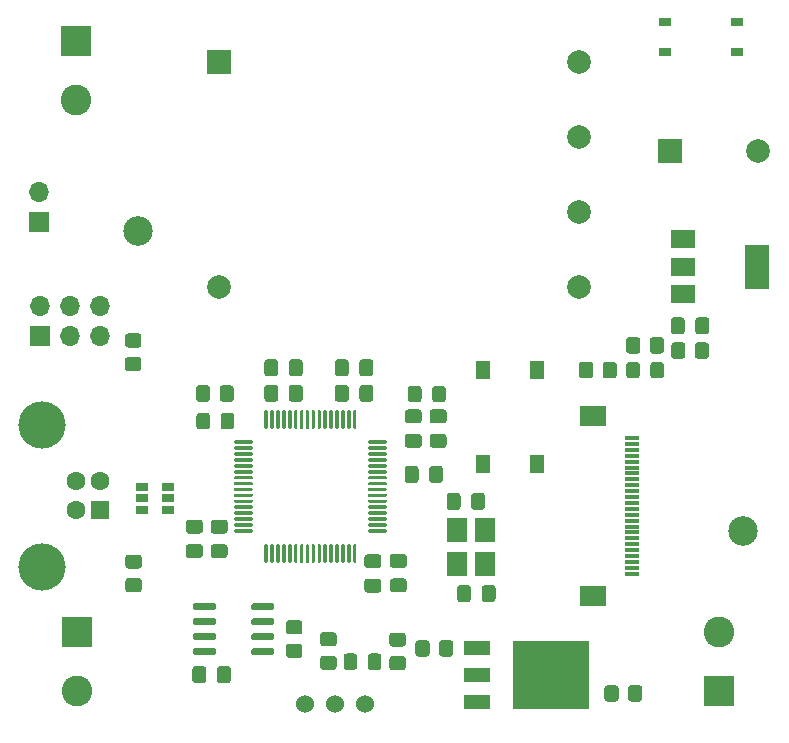
<source format=gbr>
%TF.GenerationSoftware,KiCad,Pcbnew,5.1.12-84ad8e8a86~92~ubuntu20.04.1*%
%TF.CreationDate,2022-03-06T20:42:48-06:00*%
%TF.ProjectId,Solder_Reflow_Oven_2.0,536f6c64-6572-45f5-9265-666c6f775f4f,rev?*%
%TF.SameCoordinates,Original*%
%TF.FileFunction,Soldermask,Top*%
%TF.FilePolarity,Negative*%
%FSLAX46Y46*%
G04 Gerber Fmt 4.6, Leading zero omitted, Abs format (unit mm)*
G04 Created by KiCad (PCBNEW 5.1.12-84ad8e8a86~92~ubuntu20.04.1) date 2022-03-06 20:42:48*
%MOMM*%
%LPD*%
G01*
G04 APERTURE LIST*
%ADD10C,2.500000*%
%ADD11C,2.000000*%
%ADD12R,2.000000X2.000000*%
%ADD13R,2.200000X1.800000*%
%ADD14R,1.300000X0.300000*%
%ADD15R,1.300000X1.550000*%
%ADD16C,2.600000*%
%ADD17R,2.600000X2.600000*%
%ADD18R,2.200000X1.200000*%
%ADD19R,6.400000X5.800000*%
%ADD20R,1.060000X0.650000*%
%ADD21R,1.000000X0.800000*%
%ADD22R,1.800000X2.100000*%
%ADD23R,2.000000X3.800000*%
%ADD24R,2.000000X1.500000*%
%ADD25C,1.524000*%
%ADD26R,1.700000X1.700000*%
%ADD27O,1.700000X1.700000*%
%ADD28R,1.600000X1.600000*%
%ADD29C,1.600000*%
%ADD30C,4.000000*%
G04 APERTURE END LIST*
D10*
%TO.C,M2*%
X49758600Y-92773500D03*
%TD*%
%TO.C,M1*%
X100965000Y-118224300D03*
%TD*%
%TO.C,C1*%
G36*
G01*
X77972500Y-123032500D02*
X77972500Y-123982500D01*
G75*
G02*
X77722500Y-124232500I-250000J0D01*
G01*
X77047500Y-124232500D01*
G75*
G02*
X76797500Y-123982500I0J250000D01*
G01*
X76797500Y-123032500D01*
G75*
G02*
X77047500Y-122782500I250000J0D01*
G01*
X77722500Y-122782500D01*
G75*
G02*
X77972500Y-123032500I0J-250000D01*
G01*
G37*
G36*
G01*
X80047500Y-123032500D02*
X80047500Y-123982500D01*
G75*
G02*
X79797500Y-124232500I-250000J0D01*
G01*
X79122500Y-124232500D01*
G75*
G02*
X78872500Y-123982500I0J250000D01*
G01*
X78872500Y-123032500D01*
G75*
G02*
X79122500Y-122782500I250000J0D01*
G01*
X79797500Y-122782500D01*
G75*
G02*
X80047500Y-123032500I0J-250000D01*
G01*
G37*
%TD*%
%TO.C,C2*%
G36*
G01*
X74427500Y-113886000D02*
X74427500Y-112936000D01*
G75*
G02*
X74677500Y-112686000I250000J0D01*
G01*
X75352500Y-112686000D01*
G75*
G02*
X75602500Y-112936000I0J-250000D01*
G01*
X75602500Y-113886000D01*
G75*
G02*
X75352500Y-114136000I-250000J0D01*
G01*
X74677500Y-114136000D01*
G75*
G02*
X74427500Y-113886000I0J250000D01*
G01*
G37*
G36*
G01*
X72352500Y-113886000D02*
X72352500Y-112936000D01*
G75*
G02*
X72602500Y-112686000I250000J0D01*
G01*
X73277500Y-112686000D01*
G75*
G02*
X73527500Y-112936000I0J-250000D01*
G01*
X73527500Y-113886000D01*
G75*
G02*
X73277500Y-114136000I-250000J0D01*
G01*
X72602500Y-114136000D01*
G75*
G02*
X72352500Y-113886000I0J250000D01*
G01*
G37*
%TD*%
%TO.C,C4*%
G36*
G01*
X68522000Y-107028000D02*
X68522000Y-106078000D01*
G75*
G02*
X68772000Y-105828000I250000J0D01*
G01*
X69447000Y-105828000D01*
G75*
G02*
X69697000Y-106078000I0J-250000D01*
G01*
X69697000Y-107028000D01*
G75*
G02*
X69447000Y-107278000I-250000J0D01*
G01*
X68772000Y-107278000D01*
G75*
G02*
X68522000Y-107028000I0J250000D01*
G01*
G37*
G36*
G01*
X66447000Y-107028000D02*
X66447000Y-106078000D01*
G75*
G02*
X66697000Y-105828000I250000J0D01*
G01*
X67372000Y-105828000D01*
G75*
G02*
X67622000Y-106078000I0J-250000D01*
G01*
X67622000Y-107028000D01*
G75*
G02*
X67372000Y-107278000I-250000J0D01*
G01*
X66697000Y-107278000D01*
G75*
G02*
X66447000Y-107028000I0J250000D01*
G01*
G37*
%TD*%
%TO.C,C5*%
G36*
G01*
X69184500Y-122243000D02*
X70134500Y-122243000D01*
G75*
G02*
X70384500Y-122493000I0J-250000D01*
G01*
X70384500Y-123168000D01*
G75*
G02*
X70134500Y-123418000I-250000J0D01*
G01*
X69184500Y-123418000D01*
G75*
G02*
X68934500Y-123168000I0J250000D01*
G01*
X68934500Y-122493000D01*
G75*
G02*
X69184500Y-122243000I250000J0D01*
G01*
G37*
G36*
G01*
X69184500Y-120168000D02*
X70134500Y-120168000D01*
G75*
G02*
X70384500Y-120418000I0J-250000D01*
G01*
X70384500Y-121093000D01*
G75*
G02*
X70134500Y-121343000I-250000J0D01*
G01*
X69184500Y-121343000D01*
G75*
G02*
X68934500Y-121093000I0J250000D01*
G01*
X68934500Y-120418000D01*
G75*
G02*
X69184500Y-120168000I250000J0D01*
G01*
G37*
%TD*%
%TO.C,C6*%
G36*
G01*
X62553000Y-107028000D02*
X62553000Y-106078000D01*
G75*
G02*
X62803000Y-105828000I250000J0D01*
G01*
X63478000Y-105828000D01*
G75*
G02*
X63728000Y-106078000I0J-250000D01*
G01*
X63728000Y-107028000D01*
G75*
G02*
X63478000Y-107278000I-250000J0D01*
G01*
X62803000Y-107278000D01*
G75*
G02*
X62553000Y-107028000I0J250000D01*
G01*
G37*
G36*
G01*
X60478000Y-107028000D02*
X60478000Y-106078000D01*
G75*
G02*
X60728000Y-105828000I250000J0D01*
G01*
X61403000Y-105828000D01*
G75*
G02*
X61653000Y-106078000I0J-250000D01*
G01*
X61653000Y-107028000D01*
G75*
G02*
X61403000Y-107278000I-250000J0D01*
G01*
X60728000Y-107278000D01*
G75*
G02*
X60478000Y-107028000I0J250000D01*
G01*
G37*
%TD*%
%TO.C,C7*%
G36*
G01*
X77083500Y-115222000D02*
X77083500Y-116172000D01*
G75*
G02*
X76833500Y-116422000I-250000J0D01*
G01*
X76158500Y-116422000D01*
G75*
G02*
X75908500Y-116172000I0J250000D01*
G01*
X75908500Y-115222000D01*
G75*
G02*
X76158500Y-114972000I250000J0D01*
G01*
X76833500Y-114972000D01*
G75*
G02*
X77083500Y-115222000I0J-250000D01*
G01*
G37*
G36*
G01*
X79158500Y-115222000D02*
X79158500Y-116172000D01*
G75*
G02*
X78908500Y-116422000I-250000J0D01*
G01*
X78233500Y-116422000D01*
G75*
G02*
X77983500Y-116172000I0J250000D01*
G01*
X77983500Y-115222000D01*
G75*
G02*
X78233500Y-114972000I250000J0D01*
G01*
X78908500Y-114972000D01*
G75*
G02*
X79158500Y-115222000I0J-250000D01*
G01*
G37*
%TD*%
%TO.C,C8*%
G36*
G01*
X62553000Y-104869000D02*
X62553000Y-103919000D01*
G75*
G02*
X62803000Y-103669000I250000J0D01*
G01*
X63478000Y-103669000D01*
G75*
G02*
X63728000Y-103919000I0J-250000D01*
G01*
X63728000Y-104869000D01*
G75*
G02*
X63478000Y-105119000I-250000J0D01*
G01*
X62803000Y-105119000D01*
G75*
G02*
X62553000Y-104869000I0J250000D01*
G01*
G37*
G36*
G01*
X60478000Y-104869000D02*
X60478000Y-103919000D01*
G75*
G02*
X60728000Y-103669000I250000J0D01*
G01*
X61403000Y-103669000D01*
G75*
G02*
X61653000Y-103919000I0J-250000D01*
G01*
X61653000Y-104869000D01*
G75*
G02*
X61403000Y-105119000I-250000J0D01*
G01*
X60728000Y-105119000D01*
G75*
G02*
X60478000Y-104869000I0J250000D01*
G01*
G37*
%TD*%
%TO.C,C9*%
G36*
G01*
X68522000Y-104869000D02*
X68522000Y-103919000D01*
G75*
G02*
X68772000Y-103669000I250000J0D01*
G01*
X69447000Y-103669000D01*
G75*
G02*
X69697000Y-103919000I0J-250000D01*
G01*
X69697000Y-104869000D01*
G75*
G02*
X69447000Y-105119000I-250000J0D01*
G01*
X68772000Y-105119000D01*
G75*
G02*
X68522000Y-104869000I0J250000D01*
G01*
G37*
G36*
G01*
X66447000Y-104869000D02*
X66447000Y-103919000D01*
G75*
G02*
X66697000Y-103669000I250000J0D01*
G01*
X67372000Y-103669000D01*
G75*
G02*
X67622000Y-103919000I0J-250000D01*
G01*
X67622000Y-104869000D01*
G75*
G02*
X67372000Y-105119000I-250000J0D01*
G01*
X66697000Y-105119000D01*
G75*
G02*
X66447000Y-104869000I0J250000D01*
G01*
G37*
%TD*%
%TO.C,C11*%
G36*
G01*
X71343500Y-122221500D02*
X72293500Y-122221500D01*
G75*
G02*
X72543500Y-122471500I0J-250000D01*
G01*
X72543500Y-123146500D01*
G75*
G02*
X72293500Y-123396500I-250000J0D01*
G01*
X71343500Y-123396500D01*
G75*
G02*
X71093500Y-123146500I0J250000D01*
G01*
X71093500Y-122471500D01*
G75*
G02*
X71343500Y-122221500I250000J0D01*
G01*
G37*
G36*
G01*
X71343500Y-120146500D02*
X72293500Y-120146500D01*
G75*
G02*
X72543500Y-120396500I0J-250000D01*
G01*
X72543500Y-121071500D01*
G75*
G02*
X72293500Y-121321500I-250000J0D01*
G01*
X71343500Y-121321500D01*
G75*
G02*
X71093500Y-121071500I0J250000D01*
G01*
X71093500Y-120396500D01*
G75*
G02*
X71343500Y-120146500I250000J0D01*
G01*
G37*
%TD*%
%TO.C,C12*%
G36*
G01*
X55021500Y-118422000D02*
X54071500Y-118422000D01*
G75*
G02*
X53821500Y-118172000I0J250000D01*
G01*
X53821500Y-117497000D01*
G75*
G02*
X54071500Y-117247000I250000J0D01*
G01*
X55021500Y-117247000D01*
G75*
G02*
X55271500Y-117497000I0J-250000D01*
G01*
X55271500Y-118172000D01*
G75*
G02*
X55021500Y-118422000I-250000J0D01*
G01*
G37*
G36*
G01*
X55021500Y-120497000D02*
X54071500Y-120497000D01*
G75*
G02*
X53821500Y-120247000I0J250000D01*
G01*
X53821500Y-119572000D01*
G75*
G02*
X54071500Y-119322000I250000J0D01*
G01*
X55021500Y-119322000D01*
G75*
G02*
X55271500Y-119572000I0J-250000D01*
G01*
X55271500Y-120247000D01*
G75*
G02*
X55021500Y-120497000I-250000J0D01*
G01*
G37*
%TD*%
%TO.C,C13*%
G36*
G01*
X96070000Y-100363000D02*
X96070000Y-101313000D01*
G75*
G02*
X95820000Y-101563000I-250000J0D01*
G01*
X95145000Y-101563000D01*
G75*
G02*
X94895000Y-101313000I0J250000D01*
G01*
X94895000Y-100363000D01*
G75*
G02*
X95145000Y-100113000I250000J0D01*
G01*
X95820000Y-100113000D01*
G75*
G02*
X96070000Y-100363000I0J-250000D01*
G01*
G37*
G36*
G01*
X98145000Y-100363000D02*
X98145000Y-101313000D01*
G75*
G02*
X97895000Y-101563000I-250000J0D01*
G01*
X97220000Y-101563000D01*
G75*
G02*
X96970000Y-101313000I0J250000D01*
G01*
X96970000Y-100363000D01*
G75*
G02*
X97220000Y-100113000I250000J0D01*
G01*
X97895000Y-100113000D01*
G75*
G02*
X98145000Y-100363000I0J-250000D01*
G01*
G37*
%TD*%
%TO.C,C14*%
G36*
G01*
X72613500Y-109987500D02*
X73563500Y-109987500D01*
G75*
G02*
X73813500Y-110237500I0J-250000D01*
G01*
X73813500Y-110912500D01*
G75*
G02*
X73563500Y-111162500I-250000J0D01*
G01*
X72613500Y-111162500D01*
G75*
G02*
X72363500Y-110912500I0J250000D01*
G01*
X72363500Y-110237500D01*
G75*
G02*
X72613500Y-109987500I250000J0D01*
G01*
G37*
G36*
G01*
X72613500Y-107912500D02*
X73563500Y-107912500D01*
G75*
G02*
X73813500Y-108162500I0J-250000D01*
G01*
X73813500Y-108837500D01*
G75*
G02*
X73563500Y-109087500I-250000J0D01*
G01*
X72613500Y-109087500D01*
G75*
G02*
X72363500Y-108837500I0J250000D01*
G01*
X72363500Y-108162500D01*
G75*
G02*
X72613500Y-107912500I250000J0D01*
G01*
G37*
%TD*%
%TO.C,C15*%
G36*
G01*
X74709000Y-109987500D02*
X75659000Y-109987500D01*
G75*
G02*
X75909000Y-110237500I0J-250000D01*
G01*
X75909000Y-110912500D01*
G75*
G02*
X75659000Y-111162500I-250000J0D01*
G01*
X74709000Y-111162500D01*
G75*
G02*
X74459000Y-110912500I0J250000D01*
G01*
X74459000Y-110237500D01*
G75*
G02*
X74709000Y-109987500I250000J0D01*
G01*
G37*
G36*
G01*
X74709000Y-107912500D02*
X75659000Y-107912500D01*
G75*
G02*
X75909000Y-108162500I0J-250000D01*
G01*
X75909000Y-108837500D01*
G75*
G02*
X75659000Y-109087500I-250000J0D01*
G01*
X74709000Y-109087500D01*
G75*
G02*
X74459000Y-108837500I0J250000D01*
G01*
X74459000Y-108162500D01*
G75*
G02*
X74709000Y-107912500I250000J0D01*
G01*
G37*
%TD*%
%TO.C,C16*%
G36*
G01*
X56457000Y-130840500D02*
X56457000Y-129890500D01*
G75*
G02*
X56707000Y-129640500I250000J0D01*
G01*
X57382000Y-129640500D01*
G75*
G02*
X57632000Y-129890500I0J-250000D01*
G01*
X57632000Y-130840500D01*
G75*
G02*
X57382000Y-131090500I-250000J0D01*
G01*
X56707000Y-131090500D01*
G75*
G02*
X56457000Y-130840500I0J250000D01*
G01*
G37*
G36*
G01*
X54382000Y-130840500D02*
X54382000Y-129890500D01*
G75*
G02*
X54632000Y-129640500I250000J0D01*
G01*
X55307000Y-129640500D01*
G75*
G02*
X55557000Y-129890500I0J-250000D01*
G01*
X55557000Y-130840500D01*
G75*
G02*
X55307000Y-131090500I-250000J0D01*
G01*
X54632000Y-131090500D01*
G75*
G02*
X54382000Y-130840500I0J250000D01*
G01*
G37*
%TD*%
%TO.C,C3*%
G36*
G01*
X57117000Y-118422000D02*
X56167000Y-118422000D01*
G75*
G02*
X55917000Y-118172000I0J250000D01*
G01*
X55917000Y-117497000D01*
G75*
G02*
X56167000Y-117247000I250000J0D01*
G01*
X57117000Y-117247000D01*
G75*
G02*
X57367000Y-117497000I0J-250000D01*
G01*
X57367000Y-118172000D01*
G75*
G02*
X57117000Y-118422000I-250000J0D01*
G01*
G37*
G36*
G01*
X57117000Y-120497000D02*
X56167000Y-120497000D01*
G75*
G02*
X55917000Y-120247000I0J250000D01*
G01*
X55917000Y-119572000D01*
G75*
G02*
X56167000Y-119322000I250000J0D01*
G01*
X57117000Y-119322000D01*
G75*
G02*
X57367000Y-119572000I0J-250000D01*
G01*
X57367000Y-120247000D01*
G75*
G02*
X57117000Y-120497000I-250000J0D01*
G01*
G37*
%TD*%
D11*
%TO.C,C10*%
X102305500Y-86042500D03*
D12*
X94805500Y-86042500D03*
%TD*%
%TO.C,U4*%
G36*
G01*
X70826300Y-118114700D02*
X70826300Y-118264700D01*
G75*
G02*
X70751300Y-118339700I-75000J0D01*
G01*
X69351300Y-118339700D01*
G75*
G02*
X69276300Y-118264700I0J75000D01*
G01*
X69276300Y-118114700D01*
G75*
G02*
X69351300Y-118039700I75000J0D01*
G01*
X70751300Y-118039700D01*
G75*
G02*
X70826300Y-118114700I0J-75000D01*
G01*
G37*
G36*
G01*
X70826300Y-117614700D02*
X70826300Y-117764700D01*
G75*
G02*
X70751300Y-117839700I-75000J0D01*
G01*
X69351300Y-117839700D01*
G75*
G02*
X69276300Y-117764700I0J75000D01*
G01*
X69276300Y-117614700D01*
G75*
G02*
X69351300Y-117539700I75000J0D01*
G01*
X70751300Y-117539700D01*
G75*
G02*
X70826300Y-117614700I0J-75000D01*
G01*
G37*
G36*
G01*
X70826300Y-117114700D02*
X70826300Y-117264700D01*
G75*
G02*
X70751300Y-117339700I-75000J0D01*
G01*
X69351300Y-117339700D01*
G75*
G02*
X69276300Y-117264700I0J75000D01*
G01*
X69276300Y-117114700D01*
G75*
G02*
X69351300Y-117039700I75000J0D01*
G01*
X70751300Y-117039700D01*
G75*
G02*
X70826300Y-117114700I0J-75000D01*
G01*
G37*
G36*
G01*
X70826300Y-116614700D02*
X70826300Y-116764700D01*
G75*
G02*
X70751300Y-116839700I-75000J0D01*
G01*
X69351300Y-116839700D01*
G75*
G02*
X69276300Y-116764700I0J75000D01*
G01*
X69276300Y-116614700D01*
G75*
G02*
X69351300Y-116539700I75000J0D01*
G01*
X70751300Y-116539700D01*
G75*
G02*
X70826300Y-116614700I0J-75000D01*
G01*
G37*
G36*
G01*
X70826300Y-116114700D02*
X70826300Y-116264700D01*
G75*
G02*
X70751300Y-116339700I-75000J0D01*
G01*
X69351300Y-116339700D01*
G75*
G02*
X69276300Y-116264700I0J75000D01*
G01*
X69276300Y-116114700D01*
G75*
G02*
X69351300Y-116039700I75000J0D01*
G01*
X70751300Y-116039700D01*
G75*
G02*
X70826300Y-116114700I0J-75000D01*
G01*
G37*
G36*
G01*
X70826300Y-115614700D02*
X70826300Y-115764700D01*
G75*
G02*
X70751300Y-115839700I-75000J0D01*
G01*
X69351300Y-115839700D01*
G75*
G02*
X69276300Y-115764700I0J75000D01*
G01*
X69276300Y-115614700D01*
G75*
G02*
X69351300Y-115539700I75000J0D01*
G01*
X70751300Y-115539700D01*
G75*
G02*
X70826300Y-115614700I0J-75000D01*
G01*
G37*
G36*
G01*
X70826300Y-115114700D02*
X70826300Y-115264700D01*
G75*
G02*
X70751300Y-115339700I-75000J0D01*
G01*
X69351300Y-115339700D01*
G75*
G02*
X69276300Y-115264700I0J75000D01*
G01*
X69276300Y-115114700D01*
G75*
G02*
X69351300Y-115039700I75000J0D01*
G01*
X70751300Y-115039700D01*
G75*
G02*
X70826300Y-115114700I0J-75000D01*
G01*
G37*
G36*
G01*
X70826300Y-114614700D02*
X70826300Y-114764700D01*
G75*
G02*
X70751300Y-114839700I-75000J0D01*
G01*
X69351300Y-114839700D01*
G75*
G02*
X69276300Y-114764700I0J75000D01*
G01*
X69276300Y-114614700D01*
G75*
G02*
X69351300Y-114539700I75000J0D01*
G01*
X70751300Y-114539700D01*
G75*
G02*
X70826300Y-114614700I0J-75000D01*
G01*
G37*
G36*
G01*
X70826300Y-114114700D02*
X70826300Y-114264700D01*
G75*
G02*
X70751300Y-114339700I-75000J0D01*
G01*
X69351300Y-114339700D01*
G75*
G02*
X69276300Y-114264700I0J75000D01*
G01*
X69276300Y-114114700D01*
G75*
G02*
X69351300Y-114039700I75000J0D01*
G01*
X70751300Y-114039700D01*
G75*
G02*
X70826300Y-114114700I0J-75000D01*
G01*
G37*
G36*
G01*
X70826300Y-113614700D02*
X70826300Y-113764700D01*
G75*
G02*
X70751300Y-113839700I-75000J0D01*
G01*
X69351300Y-113839700D01*
G75*
G02*
X69276300Y-113764700I0J75000D01*
G01*
X69276300Y-113614700D01*
G75*
G02*
X69351300Y-113539700I75000J0D01*
G01*
X70751300Y-113539700D01*
G75*
G02*
X70826300Y-113614700I0J-75000D01*
G01*
G37*
G36*
G01*
X70826300Y-113114700D02*
X70826300Y-113264700D01*
G75*
G02*
X70751300Y-113339700I-75000J0D01*
G01*
X69351300Y-113339700D01*
G75*
G02*
X69276300Y-113264700I0J75000D01*
G01*
X69276300Y-113114700D01*
G75*
G02*
X69351300Y-113039700I75000J0D01*
G01*
X70751300Y-113039700D01*
G75*
G02*
X70826300Y-113114700I0J-75000D01*
G01*
G37*
G36*
G01*
X70826300Y-112614700D02*
X70826300Y-112764700D01*
G75*
G02*
X70751300Y-112839700I-75000J0D01*
G01*
X69351300Y-112839700D01*
G75*
G02*
X69276300Y-112764700I0J75000D01*
G01*
X69276300Y-112614700D01*
G75*
G02*
X69351300Y-112539700I75000J0D01*
G01*
X70751300Y-112539700D01*
G75*
G02*
X70826300Y-112614700I0J-75000D01*
G01*
G37*
G36*
G01*
X70826300Y-112114700D02*
X70826300Y-112264700D01*
G75*
G02*
X70751300Y-112339700I-75000J0D01*
G01*
X69351300Y-112339700D01*
G75*
G02*
X69276300Y-112264700I0J75000D01*
G01*
X69276300Y-112114700D01*
G75*
G02*
X69351300Y-112039700I75000J0D01*
G01*
X70751300Y-112039700D01*
G75*
G02*
X70826300Y-112114700I0J-75000D01*
G01*
G37*
G36*
G01*
X70826300Y-111614700D02*
X70826300Y-111764700D01*
G75*
G02*
X70751300Y-111839700I-75000J0D01*
G01*
X69351300Y-111839700D01*
G75*
G02*
X69276300Y-111764700I0J75000D01*
G01*
X69276300Y-111614700D01*
G75*
G02*
X69351300Y-111539700I75000J0D01*
G01*
X70751300Y-111539700D01*
G75*
G02*
X70826300Y-111614700I0J-75000D01*
G01*
G37*
G36*
G01*
X70826300Y-111114700D02*
X70826300Y-111264700D01*
G75*
G02*
X70751300Y-111339700I-75000J0D01*
G01*
X69351300Y-111339700D01*
G75*
G02*
X69276300Y-111264700I0J75000D01*
G01*
X69276300Y-111114700D01*
G75*
G02*
X69351300Y-111039700I75000J0D01*
G01*
X70751300Y-111039700D01*
G75*
G02*
X70826300Y-111114700I0J-75000D01*
G01*
G37*
G36*
G01*
X70826300Y-110614700D02*
X70826300Y-110764700D01*
G75*
G02*
X70751300Y-110839700I-75000J0D01*
G01*
X69351300Y-110839700D01*
G75*
G02*
X69276300Y-110764700I0J75000D01*
G01*
X69276300Y-110614700D01*
G75*
G02*
X69351300Y-110539700I75000J0D01*
G01*
X70751300Y-110539700D01*
G75*
G02*
X70826300Y-110614700I0J-75000D01*
G01*
G37*
G36*
G01*
X68276300Y-108064700D02*
X68276300Y-109464700D01*
G75*
G02*
X68201300Y-109539700I-75000J0D01*
G01*
X68051300Y-109539700D01*
G75*
G02*
X67976300Y-109464700I0J75000D01*
G01*
X67976300Y-108064700D01*
G75*
G02*
X68051300Y-107989700I75000J0D01*
G01*
X68201300Y-107989700D01*
G75*
G02*
X68276300Y-108064700I0J-75000D01*
G01*
G37*
G36*
G01*
X67776300Y-108064700D02*
X67776300Y-109464700D01*
G75*
G02*
X67701300Y-109539700I-75000J0D01*
G01*
X67551300Y-109539700D01*
G75*
G02*
X67476300Y-109464700I0J75000D01*
G01*
X67476300Y-108064700D01*
G75*
G02*
X67551300Y-107989700I75000J0D01*
G01*
X67701300Y-107989700D01*
G75*
G02*
X67776300Y-108064700I0J-75000D01*
G01*
G37*
G36*
G01*
X67276300Y-108064700D02*
X67276300Y-109464700D01*
G75*
G02*
X67201300Y-109539700I-75000J0D01*
G01*
X67051300Y-109539700D01*
G75*
G02*
X66976300Y-109464700I0J75000D01*
G01*
X66976300Y-108064700D01*
G75*
G02*
X67051300Y-107989700I75000J0D01*
G01*
X67201300Y-107989700D01*
G75*
G02*
X67276300Y-108064700I0J-75000D01*
G01*
G37*
G36*
G01*
X66776300Y-108064700D02*
X66776300Y-109464700D01*
G75*
G02*
X66701300Y-109539700I-75000J0D01*
G01*
X66551300Y-109539700D01*
G75*
G02*
X66476300Y-109464700I0J75000D01*
G01*
X66476300Y-108064700D01*
G75*
G02*
X66551300Y-107989700I75000J0D01*
G01*
X66701300Y-107989700D01*
G75*
G02*
X66776300Y-108064700I0J-75000D01*
G01*
G37*
G36*
G01*
X66276300Y-108064700D02*
X66276300Y-109464700D01*
G75*
G02*
X66201300Y-109539700I-75000J0D01*
G01*
X66051300Y-109539700D01*
G75*
G02*
X65976300Y-109464700I0J75000D01*
G01*
X65976300Y-108064700D01*
G75*
G02*
X66051300Y-107989700I75000J0D01*
G01*
X66201300Y-107989700D01*
G75*
G02*
X66276300Y-108064700I0J-75000D01*
G01*
G37*
G36*
G01*
X65776300Y-108064700D02*
X65776300Y-109464700D01*
G75*
G02*
X65701300Y-109539700I-75000J0D01*
G01*
X65551300Y-109539700D01*
G75*
G02*
X65476300Y-109464700I0J75000D01*
G01*
X65476300Y-108064700D01*
G75*
G02*
X65551300Y-107989700I75000J0D01*
G01*
X65701300Y-107989700D01*
G75*
G02*
X65776300Y-108064700I0J-75000D01*
G01*
G37*
G36*
G01*
X65276300Y-108064700D02*
X65276300Y-109464700D01*
G75*
G02*
X65201300Y-109539700I-75000J0D01*
G01*
X65051300Y-109539700D01*
G75*
G02*
X64976300Y-109464700I0J75000D01*
G01*
X64976300Y-108064700D01*
G75*
G02*
X65051300Y-107989700I75000J0D01*
G01*
X65201300Y-107989700D01*
G75*
G02*
X65276300Y-108064700I0J-75000D01*
G01*
G37*
G36*
G01*
X64776300Y-108064700D02*
X64776300Y-109464700D01*
G75*
G02*
X64701300Y-109539700I-75000J0D01*
G01*
X64551300Y-109539700D01*
G75*
G02*
X64476300Y-109464700I0J75000D01*
G01*
X64476300Y-108064700D01*
G75*
G02*
X64551300Y-107989700I75000J0D01*
G01*
X64701300Y-107989700D01*
G75*
G02*
X64776300Y-108064700I0J-75000D01*
G01*
G37*
G36*
G01*
X64276300Y-108064700D02*
X64276300Y-109464700D01*
G75*
G02*
X64201300Y-109539700I-75000J0D01*
G01*
X64051300Y-109539700D01*
G75*
G02*
X63976300Y-109464700I0J75000D01*
G01*
X63976300Y-108064700D01*
G75*
G02*
X64051300Y-107989700I75000J0D01*
G01*
X64201300Y-107989700D01*
G75*
G02*
X64276300Y-108064700I0J-75000D01*
G01*
G37*
G36*
G01*
X63776300Y-108064700D02*
X63776300Y-109464700D01*
G75*
G02*
X63701300Y-109539700I-75000J0D01*
G01*
X63551300Y-109539700D01*
G75*
G02*
X63476300Y-109464700I0J75000D01*
G01*
X63476300Y-108064700D01*
G75*
G02*
X63551300Y-107989700I75000J0D01*
G01*
X63701300Y-107989700D01*
G75*
G02*
X63776300Y-108064700I0J-75000D01*
G01*
G37*
G36*
G01*
X63276300Y-108064700D02*
X63276300Y-109464700D01*
G75*
G02*
X63201300Y-109539700I-75000J0D01*
G01*
X63051300Y-109539700D01*
G75*
G02*
X62976300Y-109464700I0J75000D01*
G01*
X62976300Y-108064700D01*
G75*
G02*
X63051300Y-107989700I75000J0D01*
G01*
X63201300Y-107989700D01*
G75*
G02*
X63276300Y-108064700I0J-75000D01*
G01*
G37*
G36*
G01*
X62776300Y-108064700D02*
X62776300Y-109464700D01*
G75*
G02*
X62701300Y-109539700I-75000J0D01*
G01*
X62551300Y-109539700D01*
G75*
G02*
X62476300Y-109464700I0J75000D01*
G01*
X62476300Y-108064700D01*
G75*
G02*
X62551300Y-107989700I75000J0D01*
G01*
X62701300Y-107989700D01*
G75*
G02*
X62776300Y-108064700I0J-75000D01*
G01*
G37*
G36*
G01*
X62276300Y-108064700D02*
X62276300Y-109464700D01*
G75*
G02*
X62201300Y-109539700I-75000J0D01*
G01*
X62051300Y-109539700D01*
G75*
G02*
X61976300Y-109464700I0J75000D01*
G01*
X61976300Y-108064700D01*
G75*
G02*
X62051300Y-107989700I75000J0D01*
G01*
X62201300Y-107989700D01*
G75*
G02*
X62276300Y-108064700I0J-75000D01*
G01*
G37*
G36*
G01*
X61776300Y-108064700D02*
X61776300Y-109464700D01*
G75*
G02*
X61701300Y-109539700I-75000J0D01*
G01*
X61551300Y-109539700D01*
G75*
G02*
X61476300Y-109464700I0J75000D01*
G01*
X61476300Y-108064700D01*
G75*
G02*
X61551300Y-107989700I75000J0D01*
G01*
X61701300Y-107989700D01*
G75*
G02*
X61776300Y-108064700I0J-75000D01*
G01*
G37*
G36*
G01*
X61276300Y-108064700D02*
X61276300Y-109464700D01*
G75*
G02*
X61201300Y-109539700I-75000J0D01*
G01*
X61051300Y-109539700D01*
G75*
G02*
X60976300Y-109464700I0J75000D01*
G01*
X60976300Y-108064700D01*
G75*
G02*
X61051300Y-107989700I75000J0D01*
G01*
X61201300Y-107989700D01*
G75*
G02*
X61276300Y-108064700I0J-75000D01*
G01*
G37*
G36*
G01*
X60776300Y-108064700D02*
X60776300Y-109464700D01*
G75*
G02*
X60701300Y-109539700I-75000J0D01*
G01*
X60551300Y-109539700D01*
G75*
G02*
X60476300Y-109464700I0J75000D01*
G01*
X60476300Y-108064700D01*
G75*
G02*
X60551300Y-107989700I75000J0D01*
G01*
X60701300Y-107989700D01*
G75*
G02*
X60776300Y-108064700I0J-75000D01*
G01*
G37*
G36*
G01*
X59476300Y-110614700D02*
X59476300Y-110764700D01*
G75*
G02*
X59401300Y-110839700I-75000J0D01*
G01*
X58001300Y-110839700D01*
G75*
G02*
X57926300Y-110764700I0J75000D01*
G01*
X57926300Y-110614700D01*
G75*
G02*
X58001300Y-110539700I75000J0D01*
G01*
X59401300Y-110539700D01*
G75*
G02*
X59476300Y-110614700I0J-75000D01*
G01*
G37*
G36*
G01*
X59476300Y-111114700D02*
X59476300Y-111264700D01*
G75*
G02*
X59401300Y-111339700I-75000J0D01*
G01*
X58001300Y-111339700D01*
G75*
G02*
X57926300Y-111264700I0J75000D01*
G01*
X57926300Y-111114700D01*
G75*
G02*
X58001300Y-111039700I75000J0D01*
G01*
X59401300Y-111039700D01*
G75*
G02*
X59476300Y-111114700I0J-75000D01*
G01*
G37*
G36*
G01*
X59476300Y-111614700D02*
X59476300Y-111764700D01*
G75*
G02*
X59401300Y-111839700I-75000J0D01*
G01*
X58001300Y-111839700D01*
G75*
G02*
X57926300Y-111764700I0J75000D01*
G01*
X57926300Y-111614700D01*
G75*
G02*
X58001300Y-111539700I75000J0D01*
G01*
X59401300Y-111539700D01*
G75*
G02*
X59476300Y-111614700I0J-75000D01*
G01*
G37*
G36*
G01*
X59476300Y-112114700D02*
X59476300Y-112264700D01*
G75*
G02*
X59401300Y-112339700I-75000J0D01*
G01*
X58001300Y-112339700D01*
G75*
G02*
X57926300Y-112264700I0J75000D01*
G01*
X57926300Y-112114700D01*
G75*
G02*
X58001300Y-112039700I75000J0D01*
G01*
X59401300Y-112039700D01*
G75*
G02*
X59476300Y-112114700I0J-75000D01*
G01*
G37*
G36*
G01*
X59476300Y-112614700D02*
X59476300Y-112764700D01*
G75*
G02*
X59401300Y-112839700I-75000J0D01*
G01*
X58001300Y-112839700D01*
G75*
G02*
X57926300Y-112764700I0J75000D01*
G01*
X57926300Y-112614700D01*
G75*
G02*
X58001300Y-112539700I75000J0D01*
G01*
X59401300Y-112539700D01*
G75*
G02*
X59476300Y-112614700I0J-75000D01*
G01*
G37*
G36*
G01*
X59476300Y-113114700D02*
X59476300Y-113264700D01*
G75*
G02*
X59401300Y-113339700I-75000J0D01*
G01*
X58001300Y-113339700D01*
G75*
G02*
X57926300Y-113264700I0J75000D01*
G01*
X57926300Y-113114700D01*
G75*
G02*
X58001300Y-113039700I75000J0D01*
G01*
X59401300Y-113039700D01*
G75*
G02*
X59476300Y-113114700I0J-75000D01*
G01*
G37*
G36*
G01*
X59476300Y-113614700D02*
X59476300Y-113764700D01*
G75*
G02*
X59401300Y-113839700I-75000J0D01*
G01*
X58001300Y-113839700D01*
G75*
G02*
X57926300Y-113764700I0J75000D01*
G01*
X57926300Y-113614700D01*
G75*
G02*
X58001300Y-113539700I75000J0D01*
G01*
X59401300Y-113539700D01*
G75*
G02*
X59476300Y-113614700I0J-75000D01*
G01*
G37*
G36*
G01*
X59476300Y-114114700D02*
X59476300Y-114264700D01*
G75*
G02*
X59401300Y-114339700I-75000J0D01*
G01*
X58001300Y-114339700D01*
G75*
G02*
X57926300Y-114264700I0J75000D01*
G01*
X57926300Y-114114700D01*
G75*
G02*
X58001300Y-114039700I75000J0D01*
G01*
X59401300Y-114039700D01*
G75*
G02*
X59476300Y-114114700I0J-75000D01*
G01*
G37*
G36*
G01*
X59476300Y-114614700D02*
X59476300Y-114764700D01*
G75*
G02*
X59401300Y-114839700I-75000J0D01*
G01*
X58001300Y-114839700D01*
G75*
G02*
X57926300Y-114764700I0J75000D01*
G01*
X57926300Y-114614700D01*
G75*
G02*
X58001300Y-114539700I75000J0D01*
G01*
X59401300Y-114539700D01*
G75*
G02*
X59476300Y-114614700I0J-75000D01*
G01*
G37*
G36*
G01*
X59476300Y-115114700D02*
X59476300Y-115264700D01*
G75*
G02*
X59401300Y-115339700I-75000J0D01*
G01*
X58001300Y-115339700D01*
G75*
G02*
X57926300Y-115264700I0J75000D01*
G01*
X57926300Y-115114700D01*
G75*
G02*
X58001300Y-115039700I75000J0D01*
G01*
X59401300Y-115039700D01*
G75*
G02*
X59476300Y-115114700I0J-75000D01*
G01*
G37*
G36*
G01*
X59476300Y-115614700D02*
X59476300Y-115764700D01*
G75*
G02*
X59401300Y-115839700I-75000J0D01*
G01*
X58001300Y-115839700D01*
G75*
G02*
X57926300Y-115764700I0J75000D01*
G01*
X57926300Y-115614700D01*
G75*
G02*
X58001300Y-115539700I75000J0D01*
G01*
X59401300Y-115539700D01*
G75*
G02*
X59476300Y-115614700I0J-75000D01*
G01*
G37*
G36*
G01*
X59476300Y-116114700D02*
X59476300Y-116264700D01*
G75*
G02*
X59401300Y-116339700I-75000J0D01*
G01*
X58001300Y-116339700D01*
G75*
G02*
X57926300Y-116264700I0J75000D01*
G01*
X57926300Y-116114700D01*
G75*
G02*
X58001300Y-116039700I75000J0D01*
G01*
X59401300Y-116039700D01*
G75*
G02*
X59476300Y-116114700I0J-75000D01*
G01*
G37*
G36*
G01*
X59476300Y-116614700D02*
X59476300Y-116764700D01*
G75*
G02*
X59401300Y-116839700I-75000J0D01*
G01*
X58001300Y-116839700D01*
G75*
G02*
X57926300Y-116764700I0J75000D01*
G01*
X57926300Y-116614700D01*
G75*
G02*
X58001300Y-116539700I75000J0D01*
G01*
X59401300Y-116539700D01*
G75*
G02*
X59476300Y-116614700I0J-75000D01*
G01*
G37*
G36*
G01*
X59476300Y-117114700D02*
X59476300Y-117264700D01*
G75*
G02*
X59401300Y-117339700I-75000J0D01*
G01*
X58001300Y-117339700D01*
G75*
G02*
X57926300Y-117264700I0J75000D01*
G01*
X57926300Y-117114700D01*
G75*
G02*
X58001300Y-117039700I75000J0D01*
G01*
X59401300Y-117039700D01*
G75*
G02*
X59476300Y-117114700I0J-75000D01*
G01*
G37*
G36*
G01*
X59476300Y-117614700D02*
X59476300Y-117764700D01*
G75*
G02*
X59401300Y-117839700I-75000J0D01*
G01*
X58001300Y-117839700D01*
G75*
G02*
X57926300Y-117764700I0J75000D01*
G01*
X57926300Y-117614700D01*
G75*
G02*
X58001300Y-117539700I75000J0D01*
G01*
X59401300Y-117539700D01*
G75*
G02*
X59476300Y-117614700I0J-75000D01*
G01*
G37*
G36*
G01*
X59476300Y-118114700D02*
X59476300Y-118264700D01*
G75*
G02*
X59401300Y-118339700I-75000J0D01*
G01*
X58001300Y-118339700D01*
G75*
G02*
X57926300Y-118264700I0J75000D01*
G01*
X57926300Y-118114700D01*
G75*
G02*
X58001300Y-118039700I75000J0D01*
G01*
X59401300Y-118039700D01*
G75*
G02*
X59476300Y-118114700I0J-75000D01*
G01*
G37*
G36*
G01*
X60776300Y-119414700D02*
X60776300Y-120814700D01*
G75*
G02*
X60701300Y-120889700I-75000J0D01*
G01*
X60551300Y-120889700D01*
G75*
G02*
X60476300Y-120814700I0J75000D01*
G01*
X60476300Y-119414700D01*
G75*
G02*
X60551300Y-119339700I75000J0D01*
G01*
X60701300Y-119339700D01*
G75*
G02*
X60776300Y-119414700I0J-75000D01*
G01*
G37*
G36*
G01*
X61276300Y-119414700D02*
X61276300Y-120814700D01*
G75*
G02*
X61201300Y-120889700I-75000J0D01*
G01*
X61051300Y-120889700D01*
G75*
G02*
X60976300Y-120814700I0J75000D01*
G01*
X60976300Y-119414700D01*
G75*
G02*
X61051300Y-119339700I75000J0D01*
G01*
X61201300Y-119339700D01*
G75*
G02*
X61276300Y-119414700I0J-75000D01*
G01*
G37*
G36*
G01*
X61776300Y-119414700D02*
X61776300Y-120814700D01*
G75*
G02*
X61701300Y-120889700I-75000J0D01*
G01*
X61551300Y-120889700D01*
G75*
G02*
X61476300Y-120814700I0J75000D01*
G01*
X61476300Y-119414700D01*
G75*
G02*
X61551300Y-119339700I75000J0D01*
G01*
X61701300Y-119339700D01*
G75*
G02*
X61776300Y-119414700I0J-75000D01*
G01*
G37*
G36*
G01*
X62276300Y-119414700D02*
X62276300Y-120814700D01*
G75*
G02*
X62201300Y-120889700I-75000J0D01*
G01*
X62051300Y-120889700D01*
G75*
G02*
X61976300Y-120814700I0J75000D01*
G01*
X61976300Y-119414700D01*
G75*
G02*
X62051300Y-119339700I75000J0D01*
G01*
X62201300Y-119339700D01*
G75*
G02*
X62276300Y-119414700I0J-75000D01*
G01*
G37*
G36*
G01*
X62776300Y-119414700D02*
X62776300Y-120814700D01*
G75*
G02*
X62701300Y-120889700I-75000J0D01*
G01*
X62551300Y-120889700D01*
G75*
G02*
X62476300Y-120814700I0J75000D01*
G01*
X62476300Y-119414700D01*
G75*
G02*
X62551300Y-119339700I75000J0D01*
G01*
X62701300Y-119339700D01*
G75*
G02*
X62776300Y-119414700I0J-75000D01*
G01*
G37*
G36*
G01*
X63276300Y-119414700D02*
X63276300Y-120814700D01*
G75*
G02*
X63201300Y-120889700I-75000J0D01*
G01*
X63051300Y-120889700D01*
G75*
G02*
X62976300Y-120814700I0J75000D01*
G01*
X62976300Y-119414700D01*
G75*
G02*
X63051300Y-119339700I75000J0D01*
G01*
X63201300Y-119339700D01*
G75*
G02*
X63276300Y-119414700I0J-75000D01*
G01*
G37*
G36*
G01*
X63776300Y-119414700D02*
X63776300Y-120814700D01*
G75*
G02*
X63701300Y-120889700I-75000J0D01*
G01*
X63551300Y-120889700D01*
G75*
G02*
X63476300Y-120814700I0J75000D01*
G01*
X63476300Y-119414700D01*
G75*
G02*
X63551300Y-119339700I75000J0D01*
G01*
X63701300Y-119339700D01*
G75*
G02*
X63776300Y-119414700I0J-75000D01*
G01*
G37*
G36*
G01*
X64276300Y-119414700D02*
X64276300Y-120814700D01*
G75*
G02*
X64201300Y-120889700I-75000J0D01*
G01*
X64051300Y-120889700D01*
G75*
G02*
X63976300Y-120814700I0J75000D01*
G01*
X63976300Y-119414700D01*
G75*
G02*
X64051300Y-119339700I75000J0D01*
G01*
X64201300Y-119339700D01*
G75*
G02*
X64276300Y-119414700I0J-75000D01*
G01*
G37*
G36*
G01*
X64776300Y-119414700D02*
X64776300Y-120814700D01*
G75*
G02*
X64701300Y-120889700I-75000J0D01*
G01*
X64551300Y-120889700D01*
G75*
G02*
X64476300Y-120814700I0J75000D01*
G01*
X64476300Y-119414700D01*
G75*
G02*
X64551300Y-119339700I75000J0D01*
G01*
X64701300Y-119339700D01*
G75*
G02*
X64776300Y-119414700I0J-75000D01*
G01*
G37*
G36*
G01*
X65276300Y-119414700D02*
X65276300Y-120814700D01*
G75*
G02*
X65201300Y-120889700I-75000J0D01*
G01*
X65051300Y-120889700D01*
G75*
G02*
X64976300Y-120814700I0J75000D01*
G01*
X64976300Y-119414700D01*
G75*
G02*
X65051300Y-119339700I75000J0D01*
G01*
X65201300Y-119339700D01*
G75*
G02*
X65276300Y-119414700I0J-75000D01*
G01*
G37*
G36*
G01*
X65776300Y-119414700D02*
X65776300Y-120814700D01*
G75*
G02*
X65701300Y-120889700I-75000J0D01*
G01*
X65551300Y-120889700D01*
G75*
G02*
X65476300Y-120814700I0J75000D01*
G01*
X65476300Y-119414700D01*
G75*
G02*
X65551300Y-119339700I75000J0D01*
G01*
X65701300Y-119339700D01*
G75*
G02*
X65776300Y-119414700I0J-75000D01*
G01*
G37*
G36*
G01*
X66276300Y-119414700D02*
X66276300Y-120814700D01*
G75*
G02*
X66201300Y-120889700I-75000J0D01*
G01*
X66051300Y-120889700D01*
G75*
G02*
X65976300Y-120814700I0J75000D01*
G01*
X65976300Y-119414700D01*
G75*
G02*
X66051300Y-119339700I75000J0D01*
G01*
X66201300Y-119339700D01*
G75*
G02*
X66276300Y-119414700I0J-75000D01*
G01*
G37*
G36*
G01*
X66776300Y-119414700D02*
X66776300Y-120814700D01*
G75*
G02*
X66701300Y-120889700I-75000J0D01*
G01*
X66551300Y-120889700D01*
G75*
G02*
X66476300Y-120814700I0J75000D01*
G01*
X66476300Y-119414700D01*
G75*
G02*
X66551300Y-119339700I75000J0D01*
G01*
X66701300Y-119339700D01*
G75*
G02*
X66776300Y-119414700I0J-75000D01*
G01*
G37*
G36*
G01*
X67276300Y-119414700D02*
X67276300Y-120814700D01*
G75*
G02*
X67201300Y-120889700I-75000J0D01*
G01*
X67051300Y-120889700D01*
G75*
G02*
X66976300Y-120814700I0J75000D01*
G01*
X66976300Y-119414700D01*
G75*
G02*
X67051300Y-119339700I75000J0D01*
G01*
X67201300Y-119339700D01*
G75*
G02*
X67276300Y-119414700I0J-75000D01*
G01*
G37*
G36*
G01*
X67776300Y-119414700D02*
X67776300Y-120814700D01*
G75*
G02*
X67701300Y-120889700I-75000J0D01*
G01*
X67551300Y-120889700D01*
G75*
G02*
X67476300Y-120814700I0J75000D01*
G01*
X67476300Y-119414700D01*
G75*
G02*
X67551300Y-119339700I75000J0D01*
G01*
X67701300Y-119339700D01*
G75*
G02*
X67776300Y-119414700I0J-75000D01*
G01*
G37*
G36*
G01*
X68276300Y-119414700D02*
X68276300Y-120814700D01*
G75*
G02*
X68201300Y-120889700I-75000J0D01*
G01*
X68051300Y-120889700D01*
G75*
G02*
X67976300Y-120814700I0J75000D01*
G01*
X67976300Y-119414700D01*
G75*
G02*
X68051300Y-119339700I75000J0D01*
G01*
X68201300Y-119339700D01*
G75*
G02*
X68276300Y-119414700I0J-75000D01*
G01*
G37*
%TD*%
%TO.C,U2*%
G36*
G01*
X54423900Y-124749700D02*
X54423900Y-124449700D01*
G75*
G02*
X54573900Y-124299700I150000J0D01*
G01*
X56223900Y-124299700D01*
G75*
G02*
X56373900Y-124449700I0J-150000D01*
G01*
X56373900Y-124749700D01*
G75*
G02*
X56223900Y-124899700I-150000J0D01*
G01*
X54573900Y-124899700D01*
G75*
G02*
X54423900Y-124749700I0J150000D01*
G01*
G37*
G36*
G01*
X54423900Y-126019700D02*
X54423900Y-125719700D01*
G75*
G02*
X54573900Y-125569700I150000J0D01*
G01*
X56223900Y-125569700D01*
G75*
G02*
X56373900Y-125719700I0J-150000D01*
G01*
X56373900Y-126019700D01*
G75*
G02*
X56223900Y-126169700I-150000J0D01*
G01*
X54573900Y-126169700D01*
G75*
G02*
X54423900Y-126019700I0J150000D01*
G01*
G37*
G36*
G01*
X54423900Y-127289700D02*
X54423900Y-126989700D01*
G75*
G02*
X54573900Y-126839700I150000J0D01*
G01*
X56223900Y-126839700D01*
G75*
G02*
X56373900Y-126989700I0J-150000D01*
G01*
X56373900Y-127289700D01*
G75*
G02*
X56223900Y-127439700I-150000J0D01*
G01*
X54573900Y-127439700D01*
G75*
G02*
X54423900Y-127289700I0J150000D01*
G01*
G37*
G36*
G01*
X54423900Y-128559700D02*
X54423900Y-128259700D01*
G75*
G02*
X54573900Y-128109700I150000J0D01*
G01*
X56223900Y-128109700D01*
G75*
G02*
X56373900Y-128259700I0J-150000D01*
G01*
X56373900Y-128559700D01*
G75*
G02*
X56223900Y-128709700I-150000J0D01*
G01*
X54573900Y-128709700D01*
G75*
G02*
X54423900Y-128559700I0J150000D01*
G01*
G37*
G36*
G01*
X59373900Y-128559700D02*
X59373900Y-128259700D01*
G75*
G02*
X59523900Y-128109700I150000J0D01*
G01*
X61173900Y-128109700D01*
G75*
G02*
X61323900Y-128259700I0J-150000D01*
G01*
X61323900Y-128559700D01*
G75*
G02*
X61173900Y-128709700I-150000J0D01*
G01*
X59523900Y-128709700D01*
G75*
G02*
X59373900Y-128559700I0J150000D01*
G01*
G37*
G36*
G01*
X59373900Y-127289700D02*
X59373900Y-126989700D01*
G75*
G02*
X59523900Y-126839700I150000J0D01*
G01*
X61173900Y-126839700D01*
G75*
G02*
X61323900Y-126989700I0J-150000D01*
G01*
X61323900Y-127289700D01*
G75*
G02*
X61173900Y-127439700I-150000J0D01*
G01*
X59523900Y-127439700D01*
G75*
G02*
X59373900Y-127289700I0J150000D01*
G01*
G37*
G36*
G01*
X59373900Y-126019700D02*
X59373900Y-125719700D01*
G75*
G02*
X59523900Y-125569700I150000J0D01*
G01*
X61173900Y-125569700D01*
G75*
G02*
X61323900Y-125719700I0J-150000D01*
G01*
X61323900Y-126019700D01*
G75*
G02*
X61173900Y-126169700I-150000J0D01*
G01*
X59523900Y-126169700D01*
G75*
G02*
X59373900Y-126019700I0J150000D01*
G01*
G37*
G36*
G01*
X59373900Y-124749700D02*
X59373900Y-124449700D01*
G75*
G02*
X59523900Y-124299700I150000J0D01*
G01*
X61173900Y-124299700D01*
G75*
G02*
X61323900Y-124449700I0J-150000D01*
G01*
X61323900Y-124749700D01*
G75*
G02*
X61173900Y-124899700I-150000J0D01*
G01*
X59523900Y-124899700D01*
G75*
G02*
X59373900Y-124749700I0J150000D01*
G01*
G37*
%TD*%
D13*
%TO.C,J7*%
X88325500Y-123728000D03*
X88325500Y-108428000D03*
D14*
X91575500Y-110328000D03*
X91575500Y-110828000D03*
X91575500Y-111328000D03*
X91575500Y-111828000D03*
X91575500Y-112328000D03*
X91575500Y-112828000D03*
X91575500Y-113328000D03*
X91575500Y-113828000D03*
X91575500Y-114328000D03*
X91575500Y-114828000D03*
X91575500Y-115328000D03*
X91575500Y-115828000D03*
X91575500Y-116328000D03*
X91575500Y-116828000D03*
X91575500Y-117328000D03*
X91575500Y-117828000D03*
X91575500Y-118328000D03*
X91575500Y-118828000D03*
X91575500Y-119328000D03*
X91575500Y-119828000D03*
X91575500Y-120328000D03*
X91575500Y-120828000D03*
X91575500Y-121328000D03*
X91575500Y-121828000D03*
%TD*%
D15*
%TO.C,SW1*%
X83530000Y-112560000D03*
X79030000Y-112560000D03*
X79030000Y-104610000D03*
X83530000Y-104610000D03*
%TD*%
D16*
%TO.C,J1*%
X98933000Y-126762500D03*
D17*
X98933000Y-131762500D03*
%TD*%
%TO.C,J3*%
X44577000Y-126784100D03*
D16*
X44577000Y-131784100D03*
%TD*%
D18*
%TO.C,Q1*%
X78477000Y-128149000D03*
X78477000Y-130429000D03*
X78477000Y-132709000D03*
D19*
X84777000Y-130429000D03*
%TD*%
D20*
%TO.C,U3*%
X50144500Y-114493000D03*
X50144500Y-115443000D03*
X50144500Y-116393000D03*
X52344500Y-116393000D03*
X52344500Y-114493000D03*
X52344500Y-115443000D03*
%TD*%
D21*
%TO.C,U5*%
X100522100Y-77673200D03*
X100522100Y-75133200D03*
X94372100Y-75133200D03*
X94372100Y-77673200D03*
%TD*%
D22*
%TO.C,Y1*%
X79128000Y-121020500D03*
X79128000Y-118120500D03*
X76828000Y-118120500D03*
X76828000Y-121020500D03*
%TD*%
D23*
%TO.C,U1*%
X102210000Y-95821500D03*
D24*
X95910000Y-95821500D03*
X95910000Y-98121500D03*
X95910000Y-93521500D03*
%TD*%
D17*
%TO.C,J6*%
X44538900Y-76720700D03*
D16*
X44538900Y-81720700D03*
%TD*%
D12*
%TO.C,U6*%
X56654700Y-78460600D03*
D11*
X56654700Y-97510600D03*
X87134700Y-78460600D03*
X87134700Y-84810600D03*
X87134700Y-91160600D03*
X87134700Y-97510600D03*
%TD*%
D25*
%TO.C,U7*%
X63944500Y-132842000D03*
X66484500Y-132842000D03*
X68961000Y-132842000D03*
%TD*%
D26*
%TO.C,J4*%
X41465500Y-101727000D03*
D27*
X41465500Y-99187000D03*
X44005500Y-101727000D03*
X44005500Y-99187000D03*
X46545500Y-101727000D03*
X46545500Y-99187000D03*
%TD*%
D26*
%TO.C,J5*%
X41389300Y-92036900D03*
D27*
X41389300Y-89496900D03*
%TD*%
%TO.C,D1*%
G36*
G01*
X91110000Y-105034501D02*
X91110000Y-104134499D01*
G75*
G02*
X91359999Y-103884500I249999J0D01*
G01*
X92010001Y-103884500D01*
G75*
G02*
X92260000Y-104134499I0J-249999D01*
G01*
X92260000Y-105034501D01*
G75*
G02*
X92010001Y-105284500I-249999J0D01*
G01*
X91359999Y-105284500D01*
G75*
G02*
X91110000Y-105034501I0J249999D01*
G01*
G37*
G36*
G01*
X93160000Y-105034501D02*
X93160000Y-104134499D01*
G75*
G02*
X93409999Y-103884500I249999J0D01*
G01*
X94060001Y-103884500D01*
G75*
G02*
X94310000Y-104134499I0J-249999D01*
G01*
X94310000Y-105034501D01*
G75*
G02*
X94060001Y-105284500I-249999J0D01*
G01*
X93409999Y-105284500D01*
G75*
G02*
X93160000Y-105034501I0J249999D01*
G01*
G37*
%TD*%
%TO.C,D2*%
G36*
G01*
X68333200Y-128823299D02*
X68333200Y-129723301D01*
G75*
G02*
X68083201Y-129973300I-249999J0D01*
G01*
X67433199Y-129973300D01*
G75*
G02*
X67183200Y-129723301I0J249999D01*
G01*
X67183200Y-128823299D01*
G75*
G02*
X67433199Y-128573300I249999J0D01*
G01*
X68083201Y-128573300D01*
G75*
G02*
X68333200Y-128823299I0J-249999D01*
G01*
G37*
G36*
G01*
X70383200Y-128823299D02*
X70383200Y-129723301D01*
G75*
G02*
X70133201Y-129973300I-249999J0D01*
G01*
X69483199Y-129973300D01*
G75*
G02*
X69233200Y-129723301I0J249999D01*
G01*
X69233200Y-128823299D01*
G75*
G02*
X69483199Y-128573300I249999J0D01*
G01*
X70133201Y-128573300D01*
G75*
G02*
X70383200Y-128823299I0J-249999D01*
G01*
G37*
%TD*%
%TO.C,FB1*%
G36*
G01*
X75831500Y-106166499D02*
X75831500Y-107066501D01*
G75*
G02*
X75581501Y-107316500I-249999J0D01*
G01*
X74931499Y-107316500D01*
G75*
G02*
X74681500Y-107066501I0J249999D01*
G01*
X74681500Y-106166499D01*
G75*
G02*
X74931499Y-105916500I249999J0D01*
G01*
X75581501Y-105916500D01*
G75*
G02*
X75831500Y-106166499I0J-249999D01*
G01*
G37*
G36*
G01*
X73781500Y-106166499D02*
X73781500Y-107066501D01*
G75*
G02*
X73531501Y-107316500I-249999J0D01*
G01*
X72881499Y-107316500D01*
G75*
G02*
X72631500Y-107066501I0J249999D01*
G01*
X72631500Y-106166499D01*
G75*
G02*
X72881499Y-105916500I249999J0D01*
G01*
X73531501Y-105916500D01*
G75*
G02*
X73781500Y-106166499I0J-249999D01*
G01*
G37*
%TD*%
D28*
%TO.C,J2*%
X46545500Y-116459000D03*
D29*
X46545500Y-113959000D03*
X44545500Y-113959000D03*
X44545500Y-116459000D03*
D30*
X41685500Y-109209000D03*
X41685500Y-121209000D03*
%TD*%
%TO.C,R1*%
G36*
G01*
X76466500Y-127692999D02*
X76466500Y-128593001D01*
G75*
G02*
X76216501Y-128843000I-249999J0D01*
G01*
X75516499Y-128843000D01*
G75*
G02*
X75266500Y-128593001I0J249999D01*
G01*
X75266500Y-127692999D01*
G75*
G02*
X75516499Y-127443000I249999J0D01*
G01*
X76216501Y-127443000D01*
G75*
G02*
X76466500Y-127692999I0J-249999D01*
G01*
G37*
G36*
G01*
X74466500Y-127692999D02*
X74466500Y-128593001D01*
G75*
G02*
X74216501Y-128843000I-249999J0D01*
G01*
X73516499Y-128843000D01*
G75*
G02*
X73266500Y-128593001I0J249999D01*
G01*
X73266500Y-127692999D01*
G75*
G02*
X73516499Y-127443000I249999J0D01*
G01*
X74216501Y-127443000D01*
G75*
G02*
X74466500Y-127692999I0J-249999D01*
G01*
G37*
%TD*%
%TO.C,R2*%
G36*
G01*
X92468500Y-131502999D02*
X92468500Y-132403001D01*
G75*
G02*
X92218501Y-132653000I-249999J0D01*
G01*
X91518499Y-132653000D01*
G75*
G02*
X91268500Y-132403001I0J249999D01*
G01*
X91268500Y-131502999D01*
G75*
G02*
X91518499Y-131253000I249999J0D01*
G01*
X92218501Y-131253000D01*
G75*
G02*
X92468500Y-131502999I0J-249999D01*
G01*
G37*
G36*
G01*
X90468500Y-131502999D02*
X90468500Y-132403001D01*
G75*
G02*
X90218501Y-132653000I-249999J0D01*
G01*
X89518499Y-132653000D01*
G75*
G02*
X89268500Y-132403001I0J249999D01*
G01*
X89268500Y-131502999D01*
G75*
G02*
X89518499Y-131253000I249999J0D01*
G01*
X90218501Y-131253000D01*
G75*
G02*
X90468500Y-131502999I0J-249999D01*
G01*
G37*
%TD*%
%TO.C,R3*%
G36*
G01*
X48914899Y-103473200D02*
X49814901Y-103473200D01*
G75*
G02*
X50064900Y-103723199I0J-249999D01*
G01*
X50064900Y-104423201D01*
G75*
G02*
X49814901Y-104673200I-249999J0D01*
G01*
X48914899Y-104673200D01*
G75*
G02*
X48664900Y-104423201I0J249999D01*
G01*
X48664900Y-103723199D01*
G75*
G02*
X48914899Y-103473200I249999J0D01*
G01*
G37*
G36*
G01*
X48914899Y-101473200D02*
X49814901Y-101473200D01*
G75*
G02*
X50064900Y-101723199I0J-249999D01*
G01*
X50064900Y-102423201D01*
G75*
G02*
X49814901Y-102673200I-249999J0D01*
G01*
X48914899Y-102673200D01*
G75*
G02*
X48664900Y-102423201I0J249999D01*
G01*
X48664900Y-101723199D01*
G75*
G02*
X48914899Y-101473200I249999J0D01*
G01*
G37*
%TD*%
%TO.C,R4*%
G36*
G01*
X96120000Y-102483499D02*
X96120000Y-103383501D01*
G75*
G02*
X95870001Y-103633500I-249999J0D01*
G01*
X95169999Y-103633500D01*
G75*
G02*
X94920000Y-103383501I0J249999D01*
G01*
X94920000Y-102483499D01*
G75*
G02*
X95169999Y-102233500I249999J0D01*
G01*
X95870001Y-102233500D01*
G75*
G02*
X96120000Y-102483499I0J-249999D01*
G01*
G37*
G36*
G01*
X98120000Y-102483499D02*
X98120000Y-103383501D01*
G75*
G02*
X97870001Y-103633500I-249999J0D01*
G01*
X97169999Y-103633500D01*
G75*
G02*
X96920000Y-103383501I0J249999D01*
G01*
X96920000Y-102483499D01*
G75*
G02*
X97169999Y-102233500I249999J0D01*
G01*
X97870001Y-102233500D01*
G75*
G02*
X98120000Y-102483499I0J-249999D01*
G01*
G37*
%TD*%
%TO.C,R5*%
G36*
G01*
X94310000Y-102038999D02*
X94310000Y-102939001D01*
G75*
G02*
X94060001Y-103189000I-249999J0D01*
G01*
X93359999Y-103189000D01*
G75*
G02*
X93110000Y-102939001I0J249999D01*
G01*
X93110000Y-102038999D01*
G75*
G02*
X93359999Y-101789000I249999J0D01*
G01*
X94060001Y-101789000D01*
G75*
G02*
X94310000Y-102038999I0J-249999D01*
G01*
G37*
G36*
G01*
X92310000Y-102038999D02*
X92310000Y-102939001D01*
G75*
G02*
X92060001Y-103189000I-249999J0D01*
G01*
X91359999Y-103189000D01*
G75*
G02*
X91110000Y-102939001I0J249999D01*
G01*
X91110000Y-102038999D01*
G75*
G02*
X91359999Y-101789000I249999J0D01*
G01*
X92060001Y-101789000D01*
G75*
G02*
X92310000Y-102038999I0J-249999D01*
G01*
G37*
%TD*%
%TO.C,R6*%
G36*
G01*
X63454701Y-126955600D02*
X62554699Y-126955600D01*
G75*
G02*
X62304700Y-126705601I0J249999D01*
G01*
X62304700Y-126005599D01*
G75*
G02*
X62554699Y-125755600I249999J0D01*
G01*
X63454701Y-125755600D01*
G75*
G02*
X63704700Y-126005599I0J-249999D01*
G01*
X63704700Y-126705601D01*
G75*
G02*
X63454701Y-126955600I-249999J0D01*
G01*
G37*
G36*
G01*
X63454701Y-128955600D02*
X62554699Y-128955600D01*
G75*
G02*
X62304700Y-128705601I0J249999D01*
G01*
X62304700Y-128005599D01*
G75*
G02*
X62554699Y-127755600I249999J0D01*
G01*
X63454701Y-127755600D01*
G75*
G02*
X63704700Y-128005599I0J-249999D01*
G01*
X63704700Y-128705601D01*
G75*
G02*
X63454701Y-128955600I-249999J0D01*
G01*
G37*
%TD*%
%TO.C,R7*%
G36*
G01*
X87109500Y-105034501D02*
X87109500Y-104134499D01*
G75*
G02*
X87359499Y-103884500I249999J0D01*
G01*
X88059501Y-103884500D01*
G75*
G02*
X88309500Y-104134499I0J-249999D01*
G01*
X88309500Y-105034501D01*
G75*
G02*
X88059501Y-105284500I-249999J0D01*
G01*
X87359499Y-105284500D01*
G75*
G02*
X87109500Y-105034501I0J249999D01*
G01*
G37*
G36*
G01*
X89109500Y-105034501D02*
X89109500Y-104134499D01*
G75*
G02*
X89359499Y-103884500I249999J0D01*
G01*
X90059501Y-103884500D01*
G75*
G02*
X90309500Y-104134499I0J-249999D01*
G01*
X90309500Y-105034501D01*
G75*
G02*
X90059501Y-105284500I-249999J0D01*
G01*
X89359499Y-105284500D01*
G75*
G02*
X89109500Y-105034501I0J249999D01*
G01*
G37*
%TD*%
%TO.C,R8*%
G36*
G01*
X66350301Y-129971600D02*
X65450299Y-129971600D01*
G75*
G02*
X65200300Y-129721601I0J249999D01*
G01*
X65200300Y-129021599D01*
G75*
G02*
X65450299Y-128771600I249999J0D01*
G01*
X66350301Y-128771600D01*
G75*
G02*
X66600300Y-129021599I0J-249999D01*
G01*
X66600300Y-129721601D01*
G75*
G02*
X66350301Y-129971600I-249999J0D01*
G01*
G37*
G36*
G01*
X66350301Y-127971600D02*
X65450299Y-127971600D01*
G75*
G02*
X65200300Y-127721601I0J249999D01*
G01*
X65200300Y-127021599D01*
G75*
G02*
X65450299Y-126771600I249999J0D01*
G01*
X66350301Y-126771600D01*
G75*
G02*
X66600300Y-127021599I0J-249999D01*
G01*
X66600300Y-127721601D01*
G75*
G02*
X66350301Y-127971600I-249999J0D01*
G01*
G37*
%TD*%
%TO.C,R9*%
G36*
G01*
X71304999Y-128797000D02*
X72205001Y-128797000D01*
G75*
G02*
X72455000Y-129046999I0J-249999D01*
G01*
X72455000Y-129747001D01*
G75*
G02*
X72205001Y-129997000I-249999J0D01*
G01*
X71304999Y-129997000D01*
G75*
G02*
X71055000Y-129747001I0J249999D01*
G01*
X71055000Y-129046999D01*
G75*
G02*
X71304999Y-128797000I249999J0D01*
G01*
G37*
G36*
G01*
X71304999Y-126797000D02*
X72205001Y-126797000D01*
G75*
G02*
X72455000Y-127046999I0J-249999D01*
G01*
X72455000Y-127747001D01*
G75*
G02*
X72205001Y-127997000I-249999J0D01*
G01*
X71304999Y-127997000D01*
G75*
G02*
X71055000Y-127747001I0J249999D01*
G01*
X71055000Y-127046999D01*
G75*
G02*
X71304999Y-126797000I249999J0D01*
G01*
G37*
%TD*%
%TO.C,R10*%
G36*
G01*
X49853001Y-121393000D02*
X48952999Y-121393000D01*
G75*
G02*
X48703000Y-121143001I0J249999D01*
G01*
X48703000Y-120442999D01*
G75*
G02*
X48952999Y-120193000I249999J0D01*
G01*
X49853001Y-120193000D01*
G75*
G02*
X50103000Y-120442999I0J-249999D01*
G01*
X50103000Y-121143001D01*
G75*
G02*
X49853001Y-121393000I-249999J0D01*
G01*
G37*
G36*
G01*
X49853001Y-123393000D02*
X48952999Y-123393000D01*
G75*
G02*
X48703000Y-123143001I0J249999D01*
G01*
X48703000Y-122442999D01*
G75*
G02*
X48952999Y-122193000I249999J0D01*
G01*
X49853001Y-122193000D01*
G75*
G02*
X50103000Y-122442999I0J-249999D01*
G01*
X50103000Y-123143001D01*
G75*
G02*
X49853001Y-123393000I-249999J0D01*
G01*
G37*
%TD*%
%TO.C,D3*%
G36*
G01*
X54724500Y-109352501D02*
X54724500Y-108452499D01*
G75*
G02*
X54974499Y-108202500I249999J0D01*
G01*
X55624501Y-108202500D01*
G75*
G02*
X55874500Y-108452499I0J-249999D01*
G01*
X55874500Y-109352501D01*
G75*
G02*
X55624501Y-109602500I-249999J0D01*
G01*
X54974499Y-109602500D01*
G75*
G02*
X54724500Y-109352501I0J249999D01*
G01*
G37*
G36*
G01*
X56774500Y-109352501D02*
X56774500Y-108452499D01*
G75*
G02*
X57024499Y-108202500I249999J0D01*
G01*
X57674501Y-108202500D01*
G75*
G02*
X57924500Y-108452499I0J-249999D01*
G01*
X57924500Y-109352501D01*
G75*
G02*
X57674501Y-109602500I-249999J0D01*
G01*
X57024499Y-109602500D01*
G75*
G02*
X56774500Y-109352501I0J249999D01*
G01*
G37*
%TD*%
%TO.C,R11*%
G36*
G01*
X57886400Y-106115699D02*
X57886400Y-107015701D01*
G75*
G02*
X57636401Y-107265700I-249999J0D01*
G01*
X56936399Y-107265700D01*
G75*
G02*
X56686400Y-107015701I0J249999D01*
G01*
X56686400Y-106115699D01*
G75*
G02*
X56936399Y-105865700I249999J0D01*
G01*
X57636401Y-105865700D01*
G75*
G02*
X57886400Y-106115699I0J-249999D01*
G01*
G37*
G36*
G01*
X55886400Y-106115699D02*
X55886400Y-107015701D01*
G75*
G02*
X55636401Y-107265700I-249999J0D01*
G01*
X54936399Y-107265700D01*
G75*
G02*
X54686400Y-107015701I0J249999D01*
G01*
X54686400Y-106115699D01*
G75*
G02*
X54936399Y-105865700I249999J0D01*
G01*
X55636401Y-105865700D01*
G75*
G02*
X55886400Y-106115699I0J-249999D01*
G01*
G37*
%TD*%
M02*

</source>
